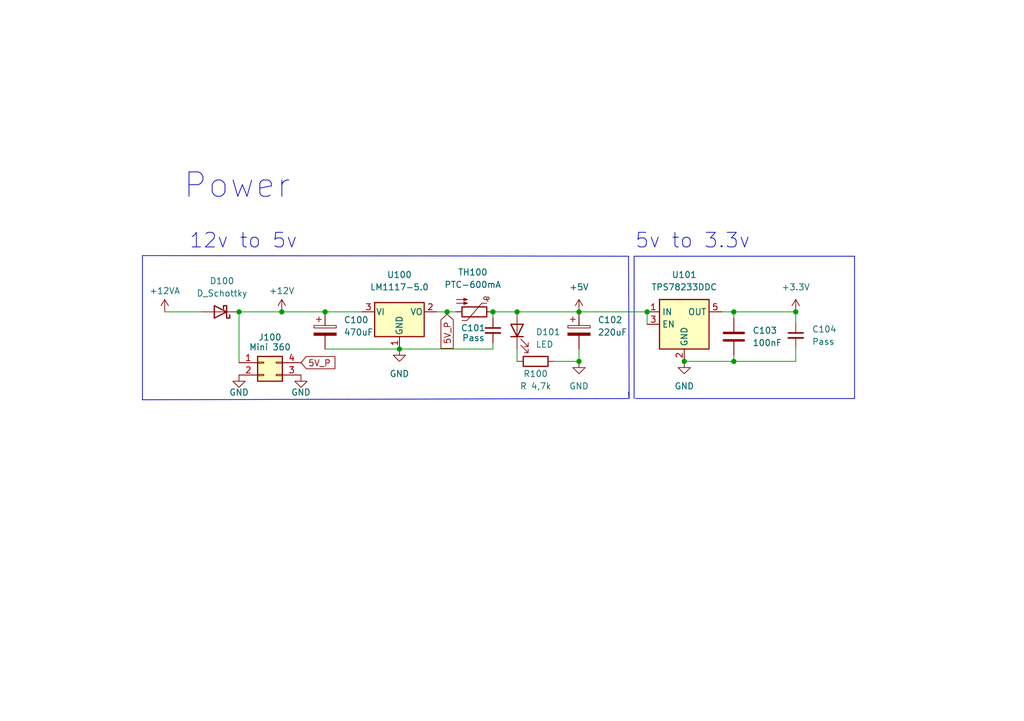
<source format=kicad_sch>
(kicad_sch (version 20230121) (generator eeschema)

  (uuid dfcbedf8-d157-49f6-8533-582b73023353)

  (paper "A5")

  (lib_symbols
    (symbol "Connector_Generic:Conn_02x02_Counter_Clockwise" (pin_names (offset 1.016) hide) (in_bom yes) (on_board yes)
      (property "Reference" "J" (at 1.27 2.54 0)
        (effects (font (size 1.27 1.27)))
      )
      (property "Value" "Conn_02x02_Counter_Clockwise" (at 1.27 -5.08 0)
        (effects (font (size 1.27 1.27)))
      )
      (property "Footprint" "" (at 0 0 0)
        (effects (font (size 1.27 1.27)) hide)
      )
      (property "Datasheet" "~" (at 0 0 0)
        (effects (font (size 1.27 1.27)) hide)
      )
      (property "ki_keywords" "connector" (at 0 0 0)
        (effects (font (size 1.27 1.27)) hide)
      )
      (property "ki_description" "Generic connector, double row, 02x02, counter clockwise pin numbering scheme (similar to DIP package numbering), script generated (kicad-library-utils/schlib/autogen/connector/)" (at 0 0 0)
        (effects (font (size 1.27 1.27)) hide)
      )
      (property "ki_fp_filters" "Connector*:*_2x??_*" (at 0 0 0)
        (effects (font (size 1.27 1.27)) hide)
      )
      (symbol "Conn_02x02_Counter_Clockwise_1_1"
        (rectangle (start -1.27 -2.413) (end 0 -2.667)
          (stroke (width 0.1524) (type default))
          (fill (type none))
        )
        (rectangle (start -1.27 0.127) (end 0 -0.127)
          (stroke (width 0.1524) (type default))
          (fill (type none))
        )
        (rectangle (start -1.27 1.27) (end 3.81 -3.81)
          (stroke (width 0.254) (type default))
          (fill (type background))
        )
        (rectangle (start 3.81 -2.413) (end 2.54 -2.667)
          (stroke (width 0.1524) (type default))
          (fill (type none))
        )
        (rectangle (start 3.81 0.127) (end 2.54 -0.127)
          (stroke (width 0.1524) (type default))
          (fill (type none))
        )
        (pin passive line (at -5.08 0 0) (length 3.81)
          (name "Pin_1" (effects (font (size 1.27 1.27))))
          (number "1" (effects (font (size 1.27 1.27))))
        )
        (pin passive line (at -5.08 -2.54 0) (length 3.81)
          (name "Pin_2" (effects (font (size 1.27 1.27))))
          (number "2" (effects (font (size 1.27 1.27))))
        )
        (pin passive line (at 7.62 -2.54 180) (length 3.81)
          (name "Pin_3" (effects (font (size 1.27 1.27))))
          (number "3" (effects (font (size 1.27 1.27))))
        )
        (pin passive line (at 7.62 0 180) (length 3.81)
          (name "Pin_4" (effects (font (size 1.27 1.27))))
          (number "4" (effects (font (size 1.27 1.27))))
        )
      )
    )
    (symbol "Device:C" (pin_numbers hide) (pin_names (offset 0.254)) (in_bom yes) (on_board yes)
      (property "Reference" "C" (at 0.635 2.54 0)
        (effects (font (size 1.27 1.27)) (justify left))
      )
      (property "Value" "C" (at 0.635 -2.54 0)
        (effects (font (size 1.27 1.27)) (justify left))
      )
      (property "Footprint" "" (at 0.9652 -3.81 0)
        (effects (font (size 1.27 1.27)) hide)
      )
      (property "Datasheet" "~" (at 0 0 0)
        (effects (font (size 1.27 1.27)) hide)
      )
      (property "ki_keywords" "cap capacitor" (at 0 0 0)
        (effects (font (size 1.27 1.27)) hide)
      )
      (property "ki_description" "Unpolarized capacitor" (at 0 0 0)
        (effects (font (size 1.27 1.27)) hide)
      )
      (property "ki_fp_filters" "C_*" (at 0 0 0)
        (effects (font (size 1.27 1.27)) hide)
      )
      (symbol "C_0_1"
        (polyline
          (pts
            (xy -2.032 -0.762)
            (xy 2.032 -0.762)
          )
          (stroke (width 0.508) (type default))
          (fill (type none))
        )
        (polyline
          (pts
            (xy -2.032 0.762)
            (xy 2.032 0.762)
          )
          (stroke (width 0.508) (type default))
          (fill (type none))
        )
      )
      (symbol "C_1_1"
        (pin passive line (at 0 3.81 270) (length 2.794)
          (name "~" (effects (font (size 1.27 1.27))))
          (number "1" (effects (font (size 1.27 1.27))))
        )
        (pin passive line (at 0 -3.81 90) (length 2.794)
          (name "~" (effects (font (size 1.27 1.27))))
          (number "2" (effects (font (size 1.27 1.27))))
        )
      )
    )
    (symbol "Device:C_Polarized" (pin_numbers hide) (pin_names (offset 0.254)) (in_bom yes) (on_board yes)
      (property "Reference" "C" (at 0.635 2.54 0)
        (effects (font (size 1.27 1.27)) (justify left))
      )
      (property "Value" "C_Polarized" (at 0.635 -2.54 0)
        (effects (font (size 1.27 1.27)) (justify left))
      )
      (property "Footprint" "" (at 0.9652 -3.81 0)
        (effects (font (size 1.27 1.27)) hide)
      )
      (property "Datasheet" "~" (at 0 0 0)
        (effects (font (size 1.27 1.27)) hide)
      )
      (property "ki_keywords" "cap capacitor" (at 0 0 0)
        (effects (font (size 1.27 1.27)) hide)
      )
      (property "ki_description" "Polarized capacitor" (at 0 0 0)
        (effects (font (size 1.27 1.27)) hide)
      )
      (property "ki_fp_filters" "CP_*" (at 0 0 0)
        (effects (font (size 1.27 1.27)) hide)
      )
      (symbol "C_Polarized_0_1"
        (rectangle (start -2.286 0.508) (end 2.286 1.016)
          (stroke (width 0) (type default))
          (fill (type none))
        )
        (polyline
          (pts
            (xy -1.778 2.286)
            (xy -0.762 2.286)
          )
          (stroke (width 0) (type default))
          (fill (type none))
        )
        (polyline
          (pts
            (xy -1.27 2.794)
            (xy -1.27 1.778)
          )
          (stroke (width 0) (type default))
          (fill (type none))
        )
        (rectangle (start 2.286 -0.508) (end -2.286 -1.016)
          (stroke (width 0) (type default))
          (fill (type outline))
        )
      )
      (symbol "C_Polarized_1_1"
        (pin passive line (at 0 3.81 270) (length 2.794)
          (name "~" (effects (font (size 1.27 1.27))))
          (number "1" (effects (font (size 1.27 1.27))))
        )
        (pin passive line (at 0 -3.81 90) (length 2.794)
          (name "~" (effects (font (size 1.27 1.27))))
          (number "2" (effects (font (size 1.27 1.27))))
        )
      )
    )
    (symbol "Device:C_Small" (pin_numbers hide) (pin_names (offset 0.254) hide) (in_bom yes) (on_board yes)
      (property "Reference" "C" (at 0.254 1.778 0)
        (effects (font (size 1.27 1.27)) (justify left))
      )
      (property "Value" "C_Small" (at 0.254 -2.032 0)
        (effects (font (size 1.27 1.27)) (justify left))
      )
      (property "Footprint" "" (at 0 0 0)
        (effects (font (size 1.27 1.27)) hide)
      )
      (property "Datasheet" "~" (at 0 0 0)
        (effects (font (size 1.27 1.27)) hide)
      )
      (property "ki_keywords" "capacitor cap" (at 0 0 0)
        (effects (font (size 1.27 1.27)) hide)
      )
      (property "ki_description" "Unpolarized capacitor, small symbol" (at 0 0 0)
        (effects (font (size 1.27 1.27)) hide)
      )
      (property "ki_fp_filters" "C_*" (at 0 0 0)
        (effects (font (size 1.27 1.27)) hide)
      )
      (symbol "C_Small_0_1"
        (polyline
          (pts
            (xy -1.524 -0.508)
            (xy 1.524 -0.508)
          )
          (stroke (width 0.3302) (type default))
          (fill (type none))
        )
        (polyline
          (pts
            (xy -1.524 0.508)
            (xy 1.524 0.508)
          )
          (stroke (width 0.3048) (type default))
          (fill (type none))
        )
      )
      (symbol "C_Small_1_1"
        (pin passive line (at 0 2.54 270) (length 2.032)
          (name "~" (effects (font (size 1.27 1.27))))
          (number "1" (effects (font (size 1.27 1.27))))
        )
        (pin passive line (at 0 -2.54 90) (length 2.032)
          (name "~" (effects (font (size 1.27 1.27))))
          (number "2" (effects (font (size 1.27 1.27))))
        )
      )
    )
    (symbol "Device:D_Schottky" (pin_numbers hide) (pin_names (offset 1.016) hide) (in_bom yes) (on_board yes)
      (property "Reference" "D" (at 0 2.54 0)
        (effects (font (size 1.27 1.27)))
      )
      (property "Value" "D_Schottky" (at 0 -2.54 0)
        (effects (font (size 1.27 1.27)))
      )
      (property "Footprint" "" (at 0 0 0)
        (effects (font (size 1.27 1.27)) hide)
      )
      (property "Datasheet" "~" (at 0 0 0)
        (effects (font (size 1.27 1.27)) hide)
      )
      (property "ki_keywords" "diode Schottky" (at 0 0 0)
        (effects (font (size 1.27 1.27)) hide)
      )
      (property "ki_description" "Schottky diode" (at 0 0 0)
        (effects (font (size 1.27 1.27)) hide)
      )
      (property "ki_fp_filters" "TO-???* *_Diode_* *SingleDiode* D_*" (at 0 0 0)
        (effects (font (size 1.27 1.27)) hide)
      )
      (symbol "D_Schottky_0_1"
        (polyline
          (pts
            (xy 1.27 0)
            (xy -1.27 0)
          )
          (stroke (width 0) (type default))
          (fill (type none))
        )
        (polyline
          (pts
            (xy 1.27 1.27)
            (xy 1.27 -1.27)
            (xy -1.27 0)
            (xy 1.27 1.27)
          )
          (stroke (width 0.254) (type default))
          (fill (type none))
        )
        (polyline
          (pts
            (xy -1.905 0.635)
            (xy -1.905 1.27)
            (xy -1.27 1.27)
            (xy -1.27 -1.27)
            (xy -0.635 -1.27)
            (xy -0.635 -0.635)
          )
          (stroke (width 0.254) (type default))
          (fill (type none))
        )
      )
      (symbol "D_Schottky_1_1"
        (pin passive line (at -3.81 0 0) (length 2.54)
          (name "K" (effects (font (size 1.27 1.27))))
          (number "1" (effects (font (size 1.27 1.27))))
        )
        (pin passive line (at 3.81 0 180) (length 2.54)
          (name "A" (effects (font (size 1.27 1.27))))
          (number "2" (effects (font (size 1.27 1.27))))
        )
      )
    )
    (symbol "Device:LED" (pin_numbers hide) (pin_names (offset 1.016) hide) (in_bom yes) (on_board yes)
      (property "Reference" "D" (at 0 2.54 0)
        (effects (font (size 1.27 1.27)))
      )
      (property "Value" "LED" (at 0 -2.54 0)
        (effects (font (size 1.27 1.27)))
      )
      (property "Footprint" "" (at 0 0 0)
        (effects (font (size 1.27 1.27)) hide)
      )
      (property "Datasheet" "~" (at 0 0 0)
        (effects (font (size 1.27 1.27)) hide)
      )
      (property "ki_keywords" "LED diode" (at 0 0 0)
        (effects (font (size 1.27 1.27)) hide)
      )
      (property "ki_description" "Light emitting diode" (at 0 0 0)
        (effects (font (size 1.27 1.27)) hide)
      )
      (property "ki_fp_filters" "LED* LED_SMD:* LED_THT:*" (at 0 0 0)
        (effects (font (size 1.27 1.27)) hide)
      )
      (symbol "LED_0_1"
        (polyline
          (pts
            (xy -1.27 -1.27)
            (xy -1.27 1.27)
          )
          (stroke (width 0.254) (type default))
          (fill (type none))
        )
        (polyline
          (pts
            (xy -1.27 0)
            (xy 1.27 0)
          )
          (stroke (width 0) (type default))
          (fill (type none))
        )
        (polyline
          (pts
            (xy 1.27 -1.27)
            (xy 1.27 1.27)
            (xy -1.27 0)
            (xy 1.27 -1.27)
          )
          (stroke (width 0.254) (type default))
          (fill (type none))
        )
        (polyline
          (pts
            (xy -3.048 -0.762)
            (xy -4.572 -2.286)
            (xy -3.81 -2.286)
            (xy -4.572 -2.286)
            (xy -4.572 -1.524)
          )
          (stroke (width 0) (type default))
          (fill (type none))
        )
        (polyline
          (pts
            (xy -1.778 -0.762)
            (xy -3.302 -2.286)
            (xy -2.54 -2.286)
            (xy -3.302 -2.286)
            (xy -3.302 -1.524)
          )
          (stroke (width 0) (type default))
          (fill (type none))
        )
      )
      (symbol "LED_1_1"
        (pin passive line (at -3.81 0 0) (length 2.54)
          (name "K" (effects (font (size 1.27 1.27))))
          (number "1" (effects (font (size 1.27 1.27))))
        )
        (pin passive line (at 3.81 0 180) (length 2.54)
          (name "A" (effects (font (size 1.27 1.27))))
          (number "2" (effects (font (size 1.27 1.27))))
        )
      )
    )
    (symbol "Device:R" (pin_numbers hide) (pin_names (offset 0)) (in_bom yes) (on_board yes)
      (property "Reference" "R" (at 2.032 0 90)
        (effects (font (size 1.27 1.27)))
      )
      (property "Value" "R" (at 0 0 90)
        (effects (font (size 1.27 1.27)))
      )
      (property "Footprint" "" (at -1.778 0 90)
        (effects (font (size 1.27 1.27)) hide)
      )
      (property "Datasheet" "~" (at 0 0 0)
        (effects (font (size 1.27 1.27)) hide)
      )
      (property "ki_keywords" "R res resistor" (at 0 0 0)
        (effects (font (size 1.27 1.27)) hide)
      )
      (property "ki_description" "Resistor" (at 0 0 0)
        (effects (font (size 1.27 1.27)) hide)
      )
      (property "ki_fp_filters" "R_*" (at 0 0 0)
        (effects (font (size 1.27 1.27)) hide)
      )
      (symbol "R_0_1"
        (rectangle (start -1.016 -2.54) (end 1.016 2.54)
          (stroke (width 0.254) (type default))
          (fill (type none))
        )
      )
      (symbol "R_1_1"
        (pin passive line (at 0 3.81 270) (length 1.27)
          (name "~" (effects (font (size 1.27 1.27))))
          (number "1" (effects (font (size 1.27 1.27))))
        )
        (pin passive line (at 0 -3.81 90) (length 1.27)
          (name "~" (effects (font (size 1.27 1.27))))
          (number "2" (effects (font (size 1.27 1.27))))
        )
      )
    )
    (symbol "Device:Thermistor_PTC" (pin_numbers hide) (pin_names (offset 0)) (in_bom yes) (on_board yes)
      (property "Reference" "TH" (at -4.064 0 90)
        (effects (font (size 1.27 1.27)))
      )
      (property "Value" "Thermistor_PTC" (at 3.048 0 90)
        (effects (font (size 1.27 1.27)))
      )
      (property "Footprint" "" (at 1.27 -5.08 0)
        (effects (font (size 1.27 1.27)) (justify left) hide)
      )
      (property "Datasheet" "~" (at 0 0 0)
        (effects (font (size 1.27 1.27)) hide)
      )
      (property "ki_keywords" "resistor PTC thermistor sensor RTD" (at 0 0 0)
        (effects (font (size 1.27 1.27)) hide)
      )
      (property "ki_description" "Temperature dependent resistor, positive temperature coefficient" (at 0 0 0)
        (effects (font (size 1.27 1.27)) hide)
      )
      (property "ki_fp_filters" "*PTC* *Thermistor* PIN?ARRAY* bornier* *Terminal?Block* R_*" (at 0 0 0)
        (effects (font (size 1.27 1.27)) hide)
      )
      (symbol "Thermistor_PTC_0_1"
        (arc (start -3.048 2.159) (mid -3.0495 2.3143) (end -3.175 2.413)
          (stroke (width 0) (type default))
          (fill (type none))
        )
        (arc (start -3.048 2.159) (mid -2.9736 1.9794) (end -2.794 1.905)
          (stroke (width 0) (type default))
          (fill (type none))
        )
        (arc (start -3.048 2.794) (mid -2.9736 2.6144) (end -2.794 2.54)
          (stroke (width 0) (type default))
          (fill (type none))
        )
        (arc (start -2.794 1.905) (mid -2.6144 1.9794) (end -2.54 2.159)
          (stroke (width 0) (type default))
          (fill (type none))
        )
        (arc (start -2.794 2.54) (mid -2.4393 2.5587) (end -2.159 2.794)
          (stroke (width 0) (type default))
          (fill (type none))
        )
        (arc (start -2.794 3.048) (mid -2.9736 2.9736) (end -3.048 2.794)
          (stroke (width 0) (type default))
          (fill (type none))
        )
        (arc (start -2.54 2.794) (mid -2.6144 2.9736) (end -2.794 3.048)
          (stroke (width 0) (type default))
          (fill (type none))
        )
        (rectangle (start -1.016 2.54) (end 1.016 -2.54)
          (stroke (width 0.254) (type default))
          (fill (type none))
        )
        (polyline
          (pts
            (xy -2.54 2.159)
            (xy -2.54 2.794)
          )
          (stroke (width 0) (type default))
          (fill (type none))
        )
        (polyline
          (pts
            (xy -1.778 2.54)
            (xy -1.778 1.524)
            (xy 1.778 -1.524)
            (xy 1.778 -2.54)
          )
          (stroke (width 0) (type default))
          (fill (type none))
        )
        (polyline
          (pts
            (xy -2.54 -3.683)
            (xy -2.54 -1.397)
            (xy -2.794 -2.159)
            (xy -2.286 -2.159)
            (xy -2.54 -1.397)
            (xy -2.54 -1.651)
          )
          (stroke (width 0) (type default))
          (fill (type outline))
        )
        (polyline
          (pts
            (xy -1.778 -3.683)
            (xy -1.778 -1.397)
            (xy -2.032 -2.159)
            (xy -1.524 -2.159)
            (xy -1.778 -1.397)
            (xy -1.778 -1.651)
          )
          (stroke (width 0) (type default))
          (fill (type outline))
        )
      )
      (symbol "Thermistor_PTC_1_1"
        (pin passive line (at 0 3.81 270) (length 1.27)
          (name "~" (effects (font (size 1.27 1.27))))
          (number "1" (effects (font (size 1.27 1.27))))
        )
        (pin passive line (at 0 -3.81 90) (length 1.27)
          (name "~" (effects (font (size 1.27 1.27))))
          (number "2" (effects (font (size 1.27 1.27))))
        )
      )
    )
    (symbol "Regulator_Linear:LM1117-5.0" (pin_names (offset 0.254)) (in_bom yes) (on_board yes)
      (property "Reference" "U" (at -3.81 3.175 0)
        (effects (font (size 1.27 1.27)))
      )
      (property "Value" "LM1117-5.0" (at 0 3.175 0)
        (effects (font (size 1.27 1.27)) (justify left))
      )
      (property "Footprint" "" (at 0 0 0)
        (effects (font (size 1.27 1.27)) hide)
      )
      (property "Datasheet" "http://www.ti.com/lit/ds/symlink/lm1117.pdf" (at 0 0 0)
        (effects (font (size 1.27 1.27)) hide)
      )
      (property "ki_keywords" "linear regulator ldo fixed positive" (at 0 0 0)
        (effects (font (size 1.27 1.27)) hide)
      )
      (property "ki_description" "800mA Low-Dropout Linear Regulator, 5.0V fixed output, TO-220/TO-252/TO-263/SOT-223" (at 0 0 0)
        (effects (font (size 1.27 1.27)) hide)
      )
      (property "ki_fp_filters" "SOT?223* TO?263* TO?252* TO?220*" (at 0 0 0)
        (effects (font (size 1.27 1.27)) hide)
      )
      (symbol "LM1117-5.0_0_1"
        (rectangle (start -5.08 -5.08) (end 5.08 1.905)
          (stroke (width 0.254) (type default))
          (fill (type background))
        )
      )
      (symbol "LM1117-5.0_1_1"
        (pin power_in line (at 0 -7.62 90) (length 2.54)
          (name "GND" (effects (font (size 1.27 1.27))))
          (number "1" (effects (font (size 1.27 1.27))))
        )
        (pin power_out line (at 7.62 0 180) (length 2.54)
          (name "VO" (effects (font (size 1.27 1.27))))
          (number "2" (effects (font (size 1.27 1.27))))
        )
        (pin power_in line (at -7.62 0 0) (length 2.54)
          (name "VI" (effects (font (size 1.27 1.27))))
          (number "3" (effects (font (size 1.27 1.27))))
        )
      )
    )
    (symbol "Regulator_Linear:TPS78233DDC" (in_bom yes) (on_board yes)
      (property "Reference" "U" (at -3.81 6.35 0)
        (effects (font (size 1.27 1.27)))
      )
      (property "Value" "TPS78233DDC" (at 6.35 6.35 0)
        (effects (font (size 1.27 1.27)))
      )
      (property "Footprint" "Package_TO_SOT_SMD:SOT-23-5" (at 0 8.89 0)
        (effects (font (size 1.27 1.27)) hide)
      )
      (property "Datasheet" "http://www.ti.com/lit/gpn/tps782" (at 0 12.7 0)
        (effects (font (size 1.27 1.27)) hide)
      )
      (property "ki_keywords" "Single Output LDO Low-Iq" (at 0 0 0)
        (effects (font (size 1.27 1.27)) hide)
      )
      (property "ki_description" "150-mA, 500nA Ultra-Low-IQ LDO, 3.3V, SOT-23-5" (at 0 0 0)
        (effects (font (size 1.27 1.27)) hide)
      )
      (property "ki_fp_filters" "SOT?23*" (at 0 0 0)
        (effects (font (size 1.27 1.27)) hide)
      )
      (symbol "TPS78233DDC_0_1"
        (rectangle (start -5.08 -5.08) (end 5.08 5.08)
          (stroke (width 0.254) (type default))
          (fill (type background))
        )
        (pin power_in line (at -7.62 2.54 0) (length 2.54)
          (name "IN" (effects (font (size 1.27 1.27))))
          (number "1" (effects (font (size 1.27 1.27))))
        )
        (pin power_in line (at 0 -7.62 90) (length 2.54)
          (name "GND" (effects (font (size 1.27 1.27))))
          (number "2" (effects (font (size 1.27 1.27))))
        )
        (pin input line (at -7.62 0 0) (length 2.54)
          (name "EN" (effects (font (size 1.27 1.27))))
          (number "3" (effects (font (size 1.27 1.27))))
        )
        (pin power_out line (at 7.62 2.54 180) (length 2.54)
          (name "OUT" (effects (font (size 1.27 1.27))))
          (number "5" (effects (font (size 1.27 1.27))))
        )
      )
      (symbol "TPS78233DDC_1_1"
        (pin passive line (at 0 -7.62 90) (length 2.54) hide
          (name "GND" (effects (font (size 1.27 1.27))))
          (number "4" (effects (font (size 1.27 1.27))))
        )
      )
    )
    (symbol "power:+12V" (power) (pin_names (offset 0)) (in_bom yes) (on_board yes)
      (property "Reference" "#PWR" (at 0 -3.81 0)
        (effects (font (size 1.27 1.27)) hide)
      )
      (property "Value" "+12V" (at 0 3.556 0)
        (effects (font (size 1.27 1.27)))
      )
      (property "Footprint" "" (at 0 0 0)
        (effects (font (size 1.27 1.27)) hide)
      )
      (property "Datasheet" "" (at 0 0 0)
        (effects (font (size 1.27 1.27)) hide)
      )
      (property "ki_keywords" "global power" (at 0 0 0)
        (effects (font (size 1.27 1.27)) hide)
      )
      (property "ki_description" "Power symbol creates a global label with name \"+12V\"" (at 0 0 0)
        (effects (font (size 1.27 1.27)) hide)
      )
      (symbol "+12V_0_1"
        (polyline
          (pts
            (xy -0.762 1.27)
            (xy 0 2.54)
          )
          (stroke (width 0) (type default))
          (fill (type none))
        )
        (polyline
          (pts
            (xy 0 0)
            (xy 0 2.54)
          )
          (stroke (width 0) (type default))
          (fill (type none))
        )
        (polyline
          (pts
            (xy 0 2.54)
            (xy 0.762 1.27)
          )
          (stroke (width 0) (type default))
          (fill (type none))
        )
      )
      (symbol "+12V_1_1"
        (pin power_in line (at 0 0 90) (length 0) hide
          (name "+12V" (effects (font (size 1.27 1.27))))
          (number "1" (effects (font (size 1.27 1.27))))
        )
      )
    )
    (symbol "power:+12VA" (power) (pin_names (offset 0)) (in_bom yes) (on_board yes)
      (property "Reference" "#PWR" (at 0 -3.81 0)
        (effects (font (size 1.27 1.27)) hide)
      )
      (property "Value" "+12VA" (at 0 3.556 0)
        (effects (font (size 1.27 1.27)))
      )
      (property "Footprint" "" (at 0 0 0)
        (effects (font (size 1.27 1.27)) hide)
      )
      (property "Datasheet" "" (at 0 0 0)
        (effects (font (size 1.27 1.27)) hide)
      )
      (property "ki_keywords" "global power" (at 0 0 0)
        (effects (font (size 1.27 1.27)) hide)
      )
      (property "ki_description" "Power symbol creates a global label with name \"+12VA\"" (at 0 0 0)
        (effects (font (size 1.27 1.27)) hide)
      )
      (symbol "+12VA_0_1"
        (polyline
          (pts
            (xy -0.762 1.27)
            (xy 0 2.54)
          )
          (stroke (width 0) (type default))
          (fill (type none))
        )
        (polyline
          (pts
            (xy 0 0)
            (xy 0 2.54)
          )
          (stroke (width 0) (type default))
          (fill (type none))
        )
        (polyline
          (pts
            (xy 0 2.54)
            (xy 0.762 1.27)
          )
          (stroke (width 0) (type default))
          (fill (type none))
        )
      )
      (symbol "+12VA_1_1"
        (pin power_in line (at 0 0 90) (length 0) hide
          (name "+12VA" (effects (font (size 1.27 1.27))))
          (number "1" (effects (font (size 1.27 1.27))))
        )
      )
    )
    (symbol "power:+3.3V" (power) (pin_names (offset 0)) (in_bom yes) (on_board yes)
      (property "Reference" "#PWR" (at 0 -3.81 0)
        (effects (font (size 1.27 1.27)) hide)
      )
      (property "Value" "+3.3V" (at 0 3.556 0)
        (effects (font (size 1.27 1.27)))
      )
      (property "Footprint" "" (at 0 0 0)
        (effects (font (size 1.27 1.27)) hide)
      )
      (property "Datasheet" "" (at 0 0 0)
        (effects (font (size 1.27 1.27)) hide)
      )
      (property "ki_keywords" "power-flag" (at 0 0 0)
        (effects (font (size 1.27 1.27)) hide)
      )
      (property "ki_description" "Power symbol creates a global label with name \"+3.3V\"" (at 0 0 0)
        (effects (font (size 1.27 1.27)) hide)
      )
      (symbol "+3.3V_0_1"
        (polyline
          (pts
            (xy -0.762 1.27)
            (xy 0 2.54)
          )
          (stroke (width 0) (type default))
          (fill (type none))
        )
        (polyline
          (pts
            (xy 0 0)
            (xy 0 2.54)
          )
          (stroke (width 0) (type default))
          (fill (type none))
        )
        (polyline
          (pts
            (xy 0 2.54)
            (xy 0.762 1.27)
          )
          (stroke (width 0) (type default))
          (fill (type none))
        )
      )
      (symbol "+3.3V_1_1"
        (pin power_in line (at 0 0 90) (length 0) hide
          (name "+3.3V" (effects (font (size 1.27 1.27))))
          (number "1" (effects (font (size 1.27 1.27))))
        )
      )
    )
    (symbol "power:+5V" (power) (pin_names (offset 0)) (in_bom yes) (on_board yes)
      (property "Reference" "#PWR" (at 0 -3.81 0)
        (effects (font (size 1.27 1.27)) hide)
      )
      (property "Value" "+5V" (at 0 3.556 0)
        (effects (font (size 1.27 1.27)))
      )
      (property "Footprint" "" (at 0 0 0)
        (effects (font (size 1.27 1.27)) hide)
      )
      (property "Datasheet" "" (at 0 0 0)
        (effects (font (size 1.27 1.27)) hide)
      )
      (property "ki_keywords" "power-flag" (at 0 0 0)
        (effects (font (size 1.27 1.27)) hide)
      )
      (property "ki_description" "Power symbol creates a global label with name \"+5V\"" (at 0 0 0)
        (effects (font (size 1.27 1.27)) hide)
      )
      (symbol "+5V_0_1"
        (polyline
          (pts
            (xy -0.762 1.27)
            (xy 0 2.54)
          )
          (stroke (width 0) (type default))
          (fill (type none))
        )
        (polyline
          (pts
            (xy 0 0)
            (xy 0 2.54)
          )
          (stroke (width 0) (type default))
          (fill (type none))
        )
        (polyline
          (pts
            (xy 0 2.54)
            (xy 0.762 1.27)
          )
          (stroke (width 0) (type default))
          (fill (type none))
        )
      )
      (symbol "+5V_1_1"
        (pin power_in line (at 0 0 90) (length 0) hide
          (name "+5V" (effects (font (size 1.27 1.27))))
          (number "1" (effects (font (size 1.27 1.27))))
        )
      )
    )
    (symbol "power:GND" (power) (pin_names (offset 0)) (in_bom yes) (on_board yes)
      (property "Reference" "#PWR" (at 0 -6.35 0)
        (effects (font (size 1.27 1.27)) hide)
      )
      (property "Value" "GND" (at 0 -3.81 0)
        (effects (font (size 1.27 1.27)))
      )
      (property "Footprint" "" (at 0 0 0)
        (effects (font (size 1.27 1.27)) hide)
      )
      (property "Datasheet" "" (at 0 0 0)
        (effects (font (size 1.27 1.27)) hide)
      )
      (property "ki_keywords" "power-flag" (at 0 0 0)
        (effects (font (size 1.27 1.27)) hide)
      )
      (property "ki_description" "Power symbol creates a global label with name \"GND\" , ground" (at 0 0 0)
        (effects (font (size 1.27 1.27)) hide)
      )
      (symbol "GND_0_1"
        (polyline
          (pts
            (xy 0 0)
            (xy 0 -1.27)
            (xy 1.27 -1.27)
            (xy 0 -2.54)
            (xy -1.27 -1.27)
            (xy 0 -1.27)
          )
          (stroke (width 0) (type default))
          (fill (type none))
        )
      )
      (symbol "GND_1_1"
        (pin power_in line (at 0 0 270) (length 0) hide
          (name "GND" (effects (font (size 1.27 1.27))))
          (number "1" (effects (font (size 1.27 1.27))))
        )
      )
    )
  )

  (junction (at 118.745 64.008) (diameter 0) (color 0 0 0 0)
    (uuid 0127606a-ff2e-4ec6-b9cc-21bca99ca1b7)
  )
  (junction (at 140.335 74.168) (diameter 0) (color 0 0 0 0)
    (uuid 18d5c6d2-b003-4671-803e-d98f4d06920d)
  )
  (junction (at 106.045 64.008) (diameter 0) (color 0 0 0 0)
    (uuid 21f0b0df-19c4-48b2-926c-0b8ec779cb2b)
  )
  (junction (at 118.745 74.168) (diameter 0) (color 0 0 0 0)
    (uuid 2b03b530-b1fc-490b-ba6e-8cca61acb00a)
  )
  (junction (at 91.694 64.008) (diameter 0) (color 0 0 0 0)
    (uuid 37076652-0e10-4ba1-a019-7c99e179bf55)
  )
  (junction (at 150.495 64.008) (diameter 0) (color 0 0 0 0)
    (uuid 5dbb1787-ee97-4bbf-b427-9af8cf9880cb)
  )
  (junction (at 81.915 71.628) (diameter 0) (color 0 0 0 0)
    (uuid 603e6a9b-a798-4189-b0b1-eb82939471b7)
  )
  (junction (at 163.195 64.008) (diameter 0) (color 0 0 0 0)
    (uuid 624c3544-a303-456f-99bb-f58572bfaa16)
  )
  (junction (at 101.092 64.008) (diameter 0) (color 0 0 0 0)
    (uuid 6ca4b473-6533-4001-9a1a-8bc62899861d)
  )
  (junction (at 49.022 64.008) (diameter 0) (color 0 0 0 0)
    (uuid 86cc23c1-062e-41bd-b7d5-40aff453552b)
  )
  (junction (at 66.675 64.008) (diameter 0) (color 0 0 0 0)
    (uuid 921499be-f69b-44c6-8c29-9ad1458cade7)
  )
  (junction (at 150.495 74.168) (diameter 0) (color 0 0 0 0)
    (uuid 98da76b0-41ee-4162-b062-4d64b1940da1)
  )
  (junction (at 132.715 64.008) (diameter 0) (color 0 0 0 0)
    (uuid b5cf109a-f932-44a0-8faa-99f01c69bd18)
  )
  (junction (at 57.785 64.008) (diameter 0) (color 0 0 0 0)
    (uuid c430b113-df43-4fc9-a9cc-f588f37a8b5a)
  )

  (wire (pts (xy 147.955 64.008) (xy 150.495 64.008))
    (stroke (width 0) (type default))
    (uuid 020fa6a1-5d34-4ab5-be17-605007eb7778)
  )
  (wire (pts (xy 106.045 64.008) (xy 118.745 64.008))
    (stroke (width 0) (type default))
    (uuid 0fa04758-eed4-47c3-98ec-bd4ac64930ac)
  )
  (wire (pts (xy 150.495 74.168) (xy 140.335 74.168))
    (stroke (width 0) (type default))
    (uuid 1258ffd2-00cc-46b6-9bde-ffd25a639f89)
  )
  (polyline (pts (xy 130.048 52.578) (xy 130.048 81.788))
    (stroke (width 0) (type default))
    (uuid 1b8d5884-4e1f-44ca-8c8e-a12d14b86df6)
  )

  (wire (pts (xy 101.092 64.008) (xy 101.092 65.278))
    (stroke (width 0) (type default))
    (uuid 1cfac196-c437-435c-9e27-ff45d3ab8f59)
  )
  (wire (pts (xy 132.715 64.008) (xy 132.715 66.548))
    (stroke (width 0) (type default))
    (uuid 29d7ecfa-7f3a-4f93-ae48-477acc89bb8d)
  )
  (wire (pts (xy 118.745 64.008) (xy 132.715 64.008))
    (stroke (width 0) (type default))
    (uuid 37d1e165-97aa-48c0-8621-9eb12b943476)
  )
  (wire (pts (xy 150.495 72.898) (xy 150.495 74.168))
    (stroke (width 0) (type default))
    (uuid 37f77e43-6103-4154-8cef-1da865982bba)
  )
  (wire (pts (xy 66.675 64.008) (xy 74.295 64.008))
    (stroke (width 0) (type default))
    (uuid 3b4f4058-b542-4d5c-b307-e0a47cc782aa)
  )
  (wire (pts (xy 101.092 64.008) (xy 106.045 64.008))
    (stroke (width 0) (type default))
    (uuid 3c35fafb-e55b-43d3-aa70-c173afacc622)
  )
  (polyline (pts (xy 129.032 81.788) (xy 128.905 80.518))
    (stroke (width 0) (type default))
    (uuid 411159cb-2188-44d2-80de-751f8aaa82c8)
  )

  (wire (pts (xy 163.195 71.374) (xy 163.195 74.168))
    (stroke (width 0) (type default))
    (uuid 69fff561-c553-49b8-8933-50c9a1eefe53)
  )
  (wire (pts (xy 49.022 64.008) (xy 57.785 64.008))
    (stroke (width 0) (type default))
    (uuid 79e64750-a142-450a-8391-cae3ddb48e0d)
  )
  (wire (pts (xy 101.092 70.358) (xy 101.092 71.628))
    (stroke (width 0) (type default))
    (uuid 7cdf4a35-42cb-4b99-a18b-df618edeeb6b)
  )
  (wire (pts (xy 49.022 64.008) (xy 49.022 74.422))
    (stroke (width 0) (type default))
    (uuid 806b6f34-0b00-457d-8f55-b5973265a8ee)
  )
  (polyline (pts (xy 129.032 81.788) (xy 128.905 52.578))
    (stroke (width 0) (type default))
    (uuid 8867d45c-c3fd-41b8-9d3b-4972ce808449)
  )

  (wire (pts (xy 57.785 64.008) (xy 66.675 64.008))
    (stroke (width 0) (type default))
    (uuid 8f4064cd-4639-4a3c-b277-b7252a0a1f62)
  )
  (wire (pts (xy 33.782 64.008) (xy 41.402 64.008))
    (stroke (width 0) (type default))
    (uuid 91260b68-475e-4468-a300-6d4748917595)
  )
  (wire (pts (xy 89.535 64.008) (xy 91.694 64.008))
    (stroke (width 0) (type default))
    (uuid 967cd1a8-8289-4fed-aa14-4f438b9e9aff)
  )
  (wire (pts (xy 101.092 71.628) (xy 81.915 71.628))
    (stroke (width 0) (type default))
    (uuid 9e23a2c5-7cdd-43b9-870e-6609d72534c2)
  )
  (polyline (pts (xy 29.21 82.042) (xy 128.905 81.788))
    (stroke (width 0) (type default))
    (uuid a50cc0ff-2661-4a5d-bae9-c60cf6b566ec)
  )

  (wire (pts (xy 163.195 74.168) (xy 150.495 74.168))
    (stroke (width 0) (type default))
    (uuid a7cfb2bd-b119-46b0-a48b-7b5c292ba022)
  )
  (wire (pts (xy 150.495 65.278) (xy 150.495 64.008))
    (stroke (width 0) (type default))
    (uuid a85f8f3a-936e-4f91-88cb-ab26538bd06b)
  )
  (polyline (pts (xy 29.21 52.578) (xy 29.21 82.042))
    (stroke (width 0) (type default))
    (uuid af358759-690d-436a-acc7-13fd92cedac1)
  )

  (wire (pts (xy 91.694 64.008) (xy 91.694 64.516))
    (stroke (width 0) (type default))
    (uuid b16100ad-a69d-451c-9b3e-ac5657e044cc)
  )
  (wire (pts (xy 163.195 66.294) (xy 163.195 64.008))
    (stroke (width 0) (type default))
    (uuid b872a19d-8c1b-4220-b2b9-5ca721f27da9)
  )
  (polyline (pts (xy 130.048 52.578) (xy 175.26 52.578))
    (stroke (width 0) (type default))
    (uuid baf171a0-cc49-4268-8558-0322f494e09c)
  )

  (wire (pts (xy 113.665 74.168) (xy 118.745 74.168))
    (stroke (width 0) (type default))
    (uuid bffda1dd-629f-4865-80fe-76b5caa730fb)
  )
  (wire (pts (xy 91.694 64.008) (xy 93.472 64.008))
    (stroke (width 0) (type default))
    (uuid c18f0799-6368-44c6-ab50-ffa601819ef4)
  )
  (wire (pts (xy 106.045 71.628) (xy 106.045 74.168))
    (stroke (width 0) (type default))
    (uuid c418ae45-3f8a-4d13-9c43-0720ebe8e35c)
  )
  (polyline (pts (xy 128.905 52.578) (xy 29.21 52.451))
    (stroke (width 0) (type default))
    (uuid ca4dfc25-f102-4988-9a9d-b854e93c936c)
  )
  (polyline (pts (xy 130.302 81.788) (xy 175.26 81.788))
    (stroke (width 0) (type default))
    (uuid e5dcdbf7-600d-4fbc-a031-ece366427878)
  )
  (polyline (pts (xy 175.26 81.788) (xy 175.26 52.578))
    (stroke (width 0) (type default))
    (uuid ea807df6-448e-4d32-affa-2b16fd573f88)
  )

  (wire (pts (xy 66.675 71.628) (xy 81.915 71.628))
    (stroke (width 0) (type default))
    (uuid ea9f97ab-8da0-4496-ad1a-5bf909b02101)
  )
  (wire (pts (xy 150.495 64.008) (xy 163.195 64.008))
    (stroke (width 0) (type default))
    (uuid ee06d1c5-36f0-46c7-8658-0d13385e3d04)
  )
  (wire (pts (xy 118.745 71.628) (xy 118.745 74.168))
    (stroke (width 0) (type default))
    (uuid fa01112c-c2e8-4232-913b-385ad810081d)
  )

  (text "5v to 3.3v" (at 130.175 51.308 0)
    (effects (font (size 3 3)) (justify left bottom))
    (uuid 45601917-c505-4442-80a9-1545afc936e2)
  )
  (text "12v to 5v " (at 38.735 51.308 0)
    (effects (font (size 3 3)) (justify left bottom))
    (uuid 4bda434f-8f7d-4afc-9ec9-d42a1c2bf21b)
  )
  (text "Power" (at 37.465 41.148 0)
    (effects (font (size 5 5)) (justify left bottom))
    (uuid 6463ef11-d11c-45e3-b591-f1f3aba15718)
  )

  (global_label "5V_P" (shape input) (at 61.722 74.422 0) (fields_autoplaced)
    (effects (font (size 1.27 1.27)) (justify left))
    (uuid 372d3b8c-9a05-47a4-85f1-54c289455159)
    (property "Intersheetrefs" "${INTERSHEET_REFS}" (at 68.6708 74.5014 0)
      (effects (font (size 1.27 1.27)) (justify left) hide)
    )
  )
  (global_label "5V_P" (shape input) (at 91.694 64.516 270) (fields_autoplaced)
    (effects (font (size 1.27 1.27)) (justify right))
    (uuid 3f78dd47-ab6c-474a-a124-56362f2e4f6e)
    (property "Intersheetrefs" "${INTERSHEET_REFS}" (at 91.6146 71.4648 90)
      (effects (font (size 1.27 1.27)) (justify right) hide)
    )
  )

  (symbol (lib_id "Connector_Generic:Conn_02x02_Counter_Clockwise") (at 54.102 74.422 0) (unit 1)
    (in_bom yes) (on_board yes) (dnp no)
    (uuid 15e1b3e6-2099-4da3-aa39-4dcb1b6f446b)
    (property "Reference" "J100" (at 55.372 69.215 0)
      (effects (font (size 1.27 1.27)))
    )
    (property "Value" "Mini 360" (at 55.372 71.247 0)
      (effects (font (size 1.27 1.27)))
    )
    (property "Footprint" "LibraryCustom:PinSocket_1x04_P2.54mm_Vertical" (at 54.102 74.422 0)
      (effects (font (size 1.27 1.27)) hide)
    )
    (property "Datasheet" "~" (at 54.102 74.422 0)
      (effects (font (size 1.27 1.27)) hide)
    )
    (pin "1" (uuid a939c70b-b1b4-4cf9-a25c-1363f5bed264))
    (pin "2" (uuid 7613764e-1212-45b9-a073-f1bee00eebf7))
    (pin "3" (uuid b9779526-f444-402b-92b6-cbf2dccaa5f4))
    (pin "4" (uuid ff32a4ee-bc53-4ec3-aee9-6dbd0f12eb0a))
    (instances
      (project "BluePhil"
        (path "/07171637-6e41-4e80-a107-1fcca1fd6ec6/00000000-0000-0000-0000-00006076aa9d"
          (reference "J100") (unit 1)
        )
      )
    )
  )

  (symbol (lib_id "Device:D_Schottky") (at 45.212 64.008 180) (unit 1)
    (in_bom yes) (on_board yes) (dnp no) (fields_autoplaced)
    (uuid 48501c85-dbfe-4470-b7e5-33c189849641)
    (property "Reference" "D100" (at 45.5295 57.658 0)
      (effects (font (size 1.27 1.27)))
    )
    (property "Value" "D_Schottky" (at 45.5295 60.198 0)
      (effects (font (size 1.27 1.27)))
    )
    (property "Footprint" "Diode_THT:D_5W_P10.16mm_Horizontal" (at 45.212 64.008 0)
      (effects (font (size 1.27 1.27)) hide)
    )
    (property "Datasheet" "~" (at 45.212 64.008 0)
      (effects (font (size 1.27 1.27)) hide)
    )
    (pin "1" (uuid 7968db61-949d-4bb6-a820-ade5b734e1c9))
    (pin "2" (uuid 64add21e-8c85-452c-a930-741a53b179ca))
    (instances
      (project "BluePhil"
        (path "/07171637-6e41-4e80-a107-1fcca1fd6ec6/00000000-0000-0000-0000-00006076aa9d"
          (reference "D100") (unit 1)
        )
      )
    )
  )

  (symbol (lib_id "Device:Thermistor_PTC") (at 97.282 64.008 270) (unit 1)
    (in_bom yes) (on_board yes) (dnp no) (fields_autoplaced)
    (uuid 4ccfc15e-fb0e-43a0-aaa7-cdaf82973146)
    (property "Reference" "TH100" (at 96.9645 55.88 90)
      (effects (font (size 1.27 1.27)))
    )
    (property "Value" "PTC-600mA" (at 96.9645 58.42 90)
      (effects (font (size 1.27 1.27)))
    )
    (property "Footprint" "LibraryCustom:PTC_Duplo_1.30x2.65mm_HandSolder" (at 92.202 65.278 0)
      (effects (font (size 1.27 1.27)) (justify left) hide)
    )
    (property "Datasheet" "~" (at 97.282 64.008 0)
      (effects (font (size 1.27 1.27)) hide)
    )
    (pin "1" (uuid 760004e6-eb94-4080-9ba3-c792775049b1))
    (pin "2" (uuid 5c6d4b1e-16bf-41b1-9f90-7ec4b7f4a77e))
    (instances
      (project "BluePhil"
        (path "/07171637-6e41-4e80-a107-1fcca1fd6ec6/00000000-0000-0000-0000-00006076aa9d"
          (reference "TH100") (unit 1)
        )
      )
      (project "PCB_Dianteira"
        (path "/a0150dbf-44e5-4bd4-8041-fb1f3f9779fb/b7319559-3fb4-41f1-bf08-f61e1dcdd0c3"
          (reference "TH100") (unit 1)
        )
      )
    )
  )

  (symbol (lib_id "Device:C") (at 150.495 69.088 0) (unit 1)
    (in_bom yes) (on_board yes) (dnp no) (fields_autoplaced)
    (uuid 61c8162a-5760-4203-93bb-f91a6aa288b2)
    (property "Reference" "C103" (at 154.305 67.8179 0)
      (effects (font (size 1.27 1.27)) (justify left))
    )
    (property "Value" "100nF" (at 154.305 70.3579 0)
      (effects (font (size 1.27 1.27)) (justify left))
    )
    (property "Footprint" "Capacitor_SMD:C_0603_1608Metric" (at 151.4602 72.898 0)
      (effects (font (size 1.27 1.27)) hide)
    )
    (property "Datasheet" "~" (at 150.495 69.088 0)
      (effects (font (size 1.27 1.27)) hide)
    )
    (pin "1" (uuid 003a68c5-30ea-4d54-9e32-5915cea1948f))
    (pin "2" (uuid aa97749b-8f86-4cda-afc4-577afcb41c01))
    (instances
      (project "BluePhil"
        (path "/07171637-6e41-4e80-a107-1fcca1fd6ec6/00000000-0000-0000-0000-00006076aa9d"
          (reference "C103") (unit 1)
        )
      )
    )
  )

  (symbol (lib_id "Device:C_Polarized") (at 118.745 67.818 0) (unit 1)
    (in_bom yes) (on_board yes) (dnp no) (fields_autoplaced)
    (uuid 83fbba7e-7363-48be-9bda-bf4a2b518d95)
    (property "Reference" "C102" (at 122.555 65.6589 0)
      (effects (font (size 1.27 1.27)) (justify left))
    )
    (property "Value" "220uF" (at 122.555 68.1989 0)
      (effects (font (size 1.27 1.27)) (justify left))
    )
    (property "Footprint" "Capacitor_THT:CP_Radial_D5.0mm_P2.50mm" (at 119.7102 71.628 0)
      (effects (font (size 1.27 1.27)) hide)
    )
    (property "Datasheet" "~" (at 118.745 67.818 0)
      (effects (font (size 1.27 1.27)) hide)
    )
    (pin "1" (uuid 723cdf78-7512-4123-9e07-865ff1fef2e7))
    (pin "2" (uuid f0735bae-b6d8-46d0-890d-9e32781e05e7))
    (instances
      (project "BluePhil"
        (path "/07171637-6e41-4e80-a107-1fcca1fd6ec6/00000000-0000-0000-0000-00006076aa9d"
          (reference "C102") (unit 1)
        )
      )
    )
  )

  (symbol (lib_id "power:+12V") (at 57.785 64.008 0) (unit 1)
    (in_bom yes) (on_board yes) (dnp no) (fields_autoplaced)
    (uuid 96acab8e-02e3-48f8-82bd-fc314de4d8aa)
    (property "Reference" "#PWR0231" (at 57.785 67.818 0)
      (effects (font (size 1.27 1.27)) hide)
    )
    (property "Value" "+12V" (at 57.785 59.69 0)
      (effects (font (size 1.27 1.27)))
    )
    (property "Footprint" "" (at 57.785 64.008 0)
      (effects (font (size 1.27 1.27)) hide)
    )
    (property "Datasheet" "" (at 57.785 64.008 0)
      (effects (font (size 1.27 1.27)) hide)
    )
    (pin "1" (uuid 58a22edb-0ec0-4d26-96f4-1a17bcd89bc1))
    (instances
      (project "BluePhil"
        (path "/07171637-6e41-4e80-a107-1fcca1fd6ec6/00000000-0000-0000-0000-00006076aa9d"
          (reference "#PWR0231") (unit 1)
        )
      )
    )
  )

  (symbol (lib_id "power:+5V") (at 118.745 64.008 0) (unit 1)
    (in_bom yes) (on_board yes) (dnp no) (fields_autoplaced)
    (uuid 9beecae5-004c-4175-a1dc-75388ca1ef7b)
    (property "Reference" "#PWR0104" (at 118.745 67.818 0)
      (effects (font (size 1.27 1.27)) hide)
    )
    (property "Value" "+5V" (at 118.745 58.928 0)
      (effects (font (size 1.27 1.27)))
    )
    (property "Footprint" "" (at 118.745 64.008 0)
      (effects (font (size 1.27 1.27)) hide)
    )
    (property "Datasheet" "" (at 118.745 64.008 0)
      (effects (font (size 1.27 1.27)) hide)
    )
    (pin "1" (uuid 336f72f1-f53a-4ed1-8f8b-50f3d89c24d5))
    (instances
      (project "BluePhil"
        (path "/07171637-6e41-4e80-a107-1fcca1fd6ec6/00000000-0000-0000-0000-00006076aa9d"
          (reference "#PWR0104") (unit 1)
        )
      )
    )
  )

  (symbol (lib_id "Regulator_Linear:LM1117-5.0") (at 81.915 64.008 0) (unit 1)
    (in_bom yes) (on_board yes) (dnp no) (fields_autoplaced)
    (uuid 9c110af8-5591-4f05-b8d9-a833a6c76d15)
    (property "Reference" "U100" (at 81.915 56.388 0)
      (effects (font (size 1.27 1.27)))
    )
    (property "Value" "LM1117-5.0" (at 81.915 58.928 0)
      (effects (font (size 1.27 1.27)))
    )
    (property "Footprint" "Package_TO_SOT_SMD:SOT-223-3_TabPin2" (at 81.915 64.008 0)
      (effects (font (size 1.27 1.27)) hide)
    )
    (property "Datasheet" "http://www.ti.com/lit/ds/symlink/lm1117.pdf" (at 81.915 64.008 0)
      (effects (font (size 1.27 1.27)) hide)
    )
    (pin "1" (uuid 34edeb5a-8c2c-4e18-b80c-2e32cc0f9807))
    (pin "2" (uuid 2b0d63b2-6d04-4028-8ecd-d982a5b71ecb))
    (pin "3" (uuid 63a14fec-b466-439d-84b4-66049e60f1f8))
    (instances
      (project "BluePhil"
        (path "/07171637-6e41-4e80-a107-1fcca1fd6ec6/00000000-0000-0000-0000-00006076aa9d"
          (reference "U100") (unit 1)
        )
      )
    )
  )

  (symbol (lib_id "power:+12VA") (at 33.782 64.008 0) (unit 1)
    (in_bom yes) (on_board yes) (dnp no) (fields_autoplaced)
    (uuid a04554de-0154-447f-9481-7bb5abc48d03)
    (property "Reference" "#PWR0230" (at 33.782 67.818 0)
      (effects (font (size 1.27 1.27)) hide)
    )
    (property "Value" "+12VA" (at 33.782 59.69 0)
      (effects (font (size 1.27 1.27)))
    )
    (property "Footprint" "" (at 33.782 64.008 0)
      (effects (font (size 1.27 1.27)) hide)
    )
    (property "Datasheet" "" (at 33.782 64.008 0)
      (effects (font (size 1.27 1.27)) hide)
    )
    (pin "1" (uuid 0038fc5e-bfbb-47fb-9477-fb77c0f3377d))
    (instances
      (project "BluePhil"
        (path "/07171637-6e41-4e80-a107-1fcca1fd6ec6/00000000-0000-0000-0000-00006076aa9d"
          (reference "#PWR0230") (unit 1)
        )
      )
    )
  )

  (symbol (lib_id "power:+3.3V") (at 163.195 64.008 0) (unit 1)
    (in_bom yes) (on_board yes) (dnp no) (fields_autoplaced)
    (uuid acb587e4-925c-4fdc-a9c1-81cc2fd7b5ba)
    (property "Reference" "#PWR0107" (at 163.195 67.818 0)
      (effects (font (size 1.27 1.27)) hide)
    )
    (property "Value" "+3.3V" (at 163.195 58.928 0)
      (effects (font (size 1.27 1.27)))
    )
    (property "Footprint" "" (at 163.195 64.008 0)
      (effects (font (size 1.27 1.27)) hide)
    )
    (property "Datasheet" "" (at 163.195 64.008 0)
      (effects (font (size 1.27 1.27)) hide)
    )
    (pin "1" (uuid f09f6deb-4546-4686-86d5-564359de16b5))
    (instances
      (project "BluePhil"
        (path "/07171637-6e41-4e80-a107-1fcca1fd6ec6/00000000-0000-0000-0000-00006076aa9d"
          (reference "#PWR0107") (unit 1)
        )
      )
    )
  )

  (symbol (lib_id "power:GND") (at 61.722 76.962 0) (unit 1)
    (in_bom yes) (on_board yes) (dnp no)
    (uuid af7be9da-8a36-4589-8656-51d5a8d68cba)
    (property "Reference" "#PWR0102" (at 61.722 83.312 0)
      (effects (font (size 1.27 1.27)) hide)
    )
    (property "Value" "GND" (at 61.722 80.518 0)
      (effects (font (size 1.27 1.27)))
    )
    (property "Footprint" "" (at 61.722 76.962 0)
      (effects (font (size 1.27 1.27)) hide)
    )
    (property "Datasheet" "" (at 61.722 76.962 0)
      (effects (font (size 1.27 1.27)) hide)
    )
    (pin "1" (uuid 7d64b9a7-7095-4f3a-9135-c9f9389ddc1a))
    (instances
      (project "BluePhil"
        (path "/07171637-6e41-4e80-a107-1fcca1fd6ec6/00000000-0000-0000-0000-00006076aa9d"
          (reference "#PWR0102") (unit 1)
        )
      )
    )
  )

  (symbol (lib_id "power:GND") (at 140.335 74.168 0) (unit 1)
    (in_bom yes) (on_board yes) (dnp no) (fields_autoplaced)
    (uuid b5382522-1592-4b84-86b0-58b743be73f8)
    (property "Reference" "#PWR0106" (at 140.335 80.518 0)
      (effects (font (size 1.27 1.27)) hide)
    )
    (property "Value" "GND" (at 140.335 79.248 0)
      (effects (font (size 1.27 1.27)))
    )
    (property "Footprint" "" (at 140.335 74.168 0)
      (effects (font (size 1.27 1.27)) hide)
    )
    (property "Datasheet" "" (at 140.335 74.168 0)
      (effects (font (size 1.27 1.27)) hide)
    )
    (pin "1" (uuid d643808f-9f85-4016-a9cc-f47e6e7a97e3))
    (instances
      (project "BluePhil"
        (path "/07171637-6e41-4e80-a107-1fcca1fd6ec6/00000000-0000-0000-0000-00006076aa9d"
          (reference "#PWR0106") (unit 1)
        )
      )
    )
  )

  (symbol (lib_id "power:GND") (at 118.745 74.168 0) (unit 1)
    (in_bom yes) (on_board yes) (dnp no) (fields_autoplaced)
    (uuid ba7ded8e-07e8-4f99-81c3-576264580538)
    (property "Reference" "#PWR0105" (at 118.745 80.518 0)
      (effects (font (size 1.27 1.27)) hide)
    )
    (property "Value" "GND" (at 118.745 79.248 0)
      (effects (font (size 1.27 1.27)))
    )
    (property "Footprint" "" (at 118.745 74.168 0)
      (effects (font (size 1.27 1.27)) hide)
    )
    (property "Datasheet" "" (at 118.745 74.168 0)
      (effects (font (size 1.27 1.27)) hide)
    )
    (pin "1" (uuid a14dca70-2ab1-447f-88a4-c3a2e1f1f5b0))
    (instances
      (project "BluePhil"
        (path "/07171637-6e41-4e80-a107-1fcca1fd6ec6/00000000-0000-0000-0000-00006076aa9d"
          (reference "#PWR0105") (unit 1)
        )
      )
    )
  )

  (symbol (lib_id "Device:R") (at 109.855 74.168 90) (unit 1)
    (in_bom yes) (on_board yes) (dnp no)
    (uuid befbd519-e088-47fe-81ea-11ccf462e2c6)
    (property "Reference" "R100" (at 109.855 76.708 90)
      (effects (font (size 1.27 1.27)))
    )
    (property "Value" "R 4,7k" (at 109.855 79.248 90)
      (effects (font (size 1.27 1.27)))
    )
    (property "Footprint" "Resistor_SMD:R_0603_1608Metric" (at 109.855 75.946 90)
      (effects (font (size 1.27 1.27)) hide)
    )
    (property "Datasheet" "~" (at 109.855 74.168 0)
      (effects (font (size 1.27 1.27)) hide)
    )
    (pin "1" (uuid 7b804280-01cd-4394-aeb8-ff83e04390dd))
    (pin "2" (uuid 2dd0950c-63cf-49f3-8f2e-b32ce301f3fb))
    (instances
      (project "BluePhil"
        (path "/07171637-6e41-4e80-a107-1fcca1fd6ec6/00000000-0000-0000-0000-00006076aa9d"
          (reference "R100") (unit 1)
        )
      )
    )
  )

  (symbol (lib_id "Device:C_Small") (at 163.195 68.834 0) (unit 1)
    (in_bom yes) (on_board yes) (dnp no) (fields_autoplaced)
    (uuid cbf46b58-65e0-482f-b6fe-47c568b091ad)
    (property "Reference" "C104" (at 166.497 67.5702 0)
      (effects (font (size 1.27 1.27)) (justify left))
    )
    (property "Value" "Pass" (at 166.497 70.1102 0)
      (effects (font (size 1.27 1.27)) (justify left))
    )
    (property "Footprint" "Capacitor_Tantalum_SMD:CP_EIA-7132-20_AVX-U" (at 163.195 68.834 0)
      (effects (font (size 1.27 1.27)) hide)
    )
    (property "Datasheet" "~" (at 163.195 68.834 0)
      (effects (font (size 1.27 1.27)) hide)
    )
    (pin "1" (uuid 33547d72-c549-498a-aef4-63524cf7a360))
    (pin "2" (uuid a0039ff3-8ade-4497-9580-40f78785665c))
    (instances
      (project "BluePhil"
        (path "/07171637-6e41-4e80-a107-1fcca1fd6ec6/00000000-0000-0000-0000-00006076aa9d"
          (reference "C104") (unit 1)
        )
      )
    )
  )

  (symbol (lib_id "power:GND") (at 49.022 76.962 0) (unit 1)
    (in_bom yes) (on_board yes) (dnp no)
    (uuid d4f55a1b-9a52-46c9-9ff9-98c4bb79dd02)
    (property "Reference" "#PWR0101" (at 49.022 83.312 0)
      (effects (font (size 1.27 1.27)) hide)
    )
    (property "Value" "GND" (at 49.022 80.518 0)
      (effects (font (size 1.27 1.27)))
    )
    (property "Footprint" "" (at 49.022 76.962 0)
      (effects (font (size 1.27 1.27)) hide)
    )
    (property "Datasheet" "" (at 49.022 76.962 0)
      (effects (font (size 1.27 1.27)) hide)
    )
    (pin "1" (uuid 2bcbef69-afb1-408b-8444-78cd699fbe26))
    (instances
      (project "BluePhil"
        (path "/07171637-6e41-4e80-a107-1fcca1fd6ec6/00000000-0000-0000-0000-00006076aa9d"
          (reference "#PWR0101") (unit 1)
        )
      )
    )
  )

  (symbol (lib_id "Regulator_Linear:TPS78233DDC") (at 140.335 66.548 0) (unit 1)
    (in_bom yes) (on_board yes) (dnp no) (fields_autoplaced)
    (uuid dcb5715a-08a7-46e7-83d8-6af56a311845)
    (property "Reference" "U101" (at 140.335 56.388 0)
      (effects (font (size 1.27 1.27)))
    )
    (property "Value" "TPS78233DDC" (at 140.335 58.928 0)
      (effects (font (size 1.27 1.27)))
    )
    (property "Footprint" "Package_TO_SOT_SMD:SOT-23-5" (at 140.335 57.658 0)
      (effects (font (size 1.27 1.27)) hide)
    )
    (property "Datasheet" "http://www.ti.com/lit/gpn/tps782" (at 140.335 53.848 0)
      (effects (font (size 1.27 1.27)) hide)
    )
    (pin "1" (uuid fbb3c87b-e956-47e8-b4e7-d380db5232af))
    (pin "2" (uuid e3746466-87a0-4617-b45d-cbd059e1c04b))
    (pin "3" (uuid df49a943-1ce8-464d-b077-7bfe70fcabd7))
    (pin "5" (uuid 7af53c0c-9d13-4412-bf7f-9f53c4bd23d3))
    (pin "4" (uuid 23eaaacd-25da-4ab6-9e78-20ce80024a82))
    (instances
      (project "BluePhil"
        (path "/07171637-6e41-4e80-a107-1fcca1fd6ec6/00000000-0000-0000-0000-00006076aa9d"
          (reference "U101") (unit 1)
        )
      )
    )
  )

  (symbol (lib_id "Device:C_Polarized") (at 66.675 67.818 0) (unit 1)
    (in_bom yes) (on_board yes) (dnp no) (fields_autoplaced)
    (uuid de4a8675-a7a6-4014-8a6d-31453b4c1d72)
    (property "Reference" "C100" (at 70.485 65.6589 0)
      (effects (font (size 1.27 1.27)) (justify left))
    )
    (property "Value" "470uF" (at 70.485 68.1989 0)
      (effects (font (size 1.27 1.27)) (justify left))
    )
    (property "Footprint" "Capacitor_THT:CP_Radial_D8.0mm_P3.80mm" (at 67.6402 71.628 0)
      (effects (font (size 1.27 1.27)) hide)
    )
    (property "Datasheet" "~" (at 66.675 67.818 0)
      (effects (font (size 1.27 1.27)) hide)
    )
    (pin "1" (uuid 53c2fc46-706e-4c1a-8a3b-210e6a969eee))
    (pin "2" (uuid 39dd4747-c4b4-4521-a0ff-6bfc0d5297ed))
    (instances
      (project "BluePhil"
        (path "/07171637-6e41-4e80-a107-1fcca1fd6ec6/00000000-0000-0000-0000-00006076aa9d"
          (reference "C100") (unit 1)
        )
      )
    )
  )

  (symbol (lib_id "Device:C_Small") (at 101.092 67.818 0) (unit 1)
    (in_bom yes) (on_board yes) (dnp no)
    (uuid e1e77c57-ea23-4592-99c9-60373b17bf94)
    (property "Reference" "C101" (at 94.488 67.31 0)
      (effects (font (size 1.27 1.27)) (justify left))
    )
    (property "Value" "Pass" (at 94.742 69.342 0)
      (effects (font (size 1.27 1.27)) (justify left))
    )
    (property "Footprint" "Capacitor_Tantalum_SMD:CP_EIA-7132-20_AVX-U" (at 101.092 67.818 0)
      (effects (font (size 1.27 1.27)) hide)
    )
    (property "Datasheet" "~" (at 101.092 67.818 0)
      (effects (font (size 1.27 1.27)) hide)
    )
    (pin "1" (uuid 878d35e2-4b98-4d30-a05e-ecf47723a381))
    (pin "2" (uuid 7751b0ef-b2ff-4698-b83a-757d1134fe8a))
    (instances
      (project "BluePhil"
        (path "/07171637-6e41-4e80-a107-1fcca1fd6ec6/00000000-0000-0000-0000-00006076aa9d"
          (reference "C101") (unit 1)
        )
      )
    )
  )

  (symbol (lib_id "Device:LED") (at 106.045 67.818 90) (unit 1)
    (in_bom yes) (on_board yes) (dnp no) (fields_autoplaced)
    (uuid e28576c4-36be-4022-9e23-520f023c190d)
    (property "Reference" "D101" (at 109.855 68.1354 90)
      (effects (font (size 1.27 1.27)) (justify right))
    )
    (property "Value" "LED" (at 109.855 70.6754 90)
      (effects (font (size 1.27 1.27)) (justify right))
    )
    (property "Footprint" "Resistor_SMD:R_0603_1608Metric" (at 106.045 67.818 0)
      (effects (font (size 1.27 1.27)) hide)
    )
    (property "Datasheet" "~" (at 106.045 67.818 0)
      (effects (font (size 1.27 1.27)) hide)
    )
    (pin "1" (uuid b99d5045-6542-4722-a1a1-af1c32156170))
    (pin "2" (uuid 86653fb5-adbc-4b45-aeb5-985210931d31))
    (instances
      (project "BluePhil"
        (path "/07171637-6e41-4e80-a107-1fcca1fd6ec6/00000000-0000-0000-0000-00006076aa9d"
          (reference "D101") (unit 1)
        )
      )
    )
  )

  (symbol (lib_id "power:GND") (at 81.915 71.628 0) (unit 1)
    (in_bom yes) (on_board yes) (dnp no) (fields_autoplaced)
    (uuid f397ab8e-c930-4ca8-bd36-a90830095ad5)
    (property "Reference" "#PWR0103" (at 81.915 77.978 0)
      (effects (font (size 1.27 1.27)) hide)
    )
    (property "Value" "GND" (at 81.915 76.708 0)
      (effects (font (size 1.27 1.27)))
    )
    (property "Footprint" "" (at 81.915 71.628 0)
      (effects (font (size 1.27 1.27)) hide)
    )
    (property "Datasheet" "" (at 81.915 71.628 0)
      (effects (font (size 1.27 1.27)) hide)
    )
    (pin "1" (uuid a4e31a58-328b-44d2-a9c7-3ff6c97582d7))
    (instances
      (project "BluePhil"
        (path "/07171637-6e41-4e80-a107-1fcca1fd6ec6/00000000-0000-0000-0000-00006076aa9d"
          (reference "#PWR0103") (unit 1)
        )
      )
    )
  )
)

</source>
